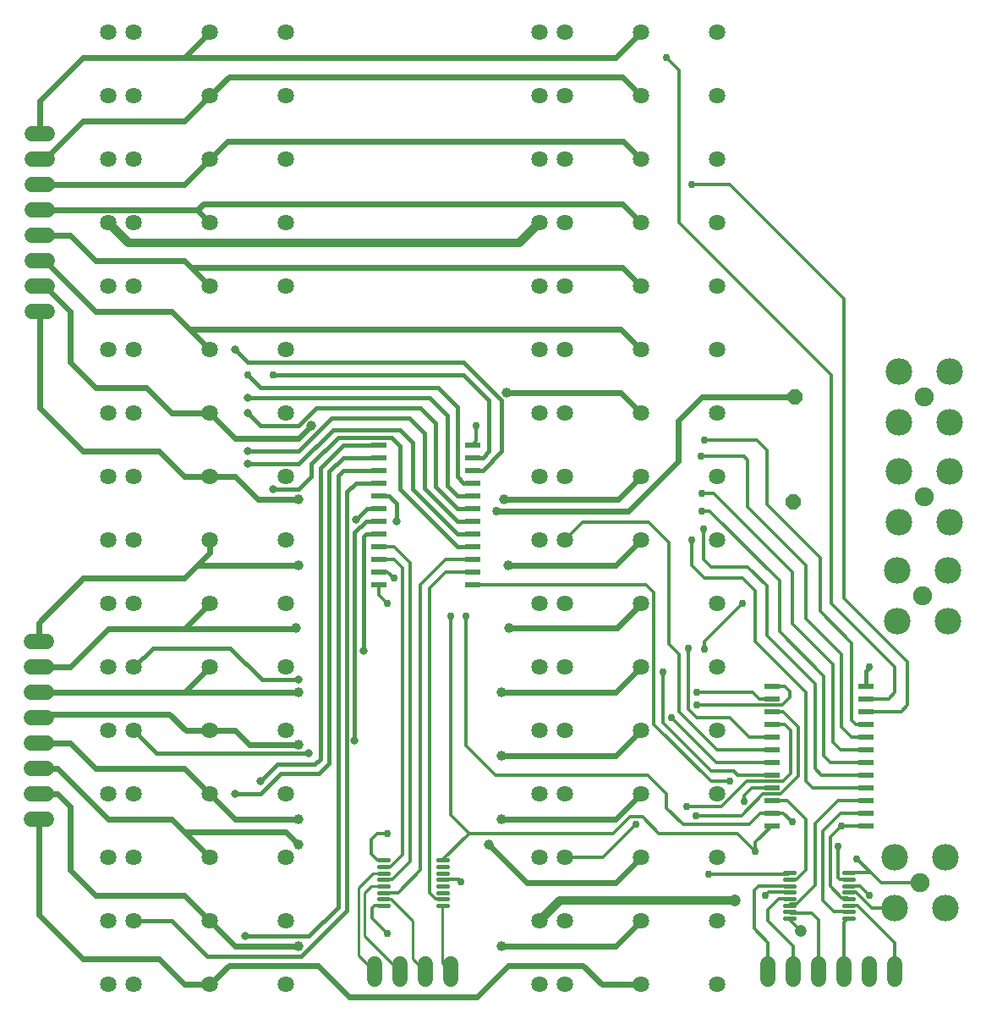
<source format=gbr>
G04 EAGLE Gerber RS-274X export*
G75*
%MOMM*%
%FSLAX34Y34*%
%LPD*%
%INTop Copper*%
%IPPOS*%
%AMOC8*
5,1,8,0,0,1.08239X$1,22.5*%
G01*
%ADD10C,1.905000*%
%ADD11C,2.667000*%
%ADD12C,1.524000*%
%ADD13P,1.649562X8X22.500000*%
%ADD14C,1.638300*%
%ADD15R,1.589000X0.532600*%
%ADD16C,0.450000*%
%ADD17C,0.304800*%
%ADD18C,0.756400*%
%ADD19C,0.406400*%
%ADD20C,0.806400*%
%ADD21C,0.406400*%
%ADD22C,0.812800*%
%ADD23C,1.206400*%
%ADD24C,0.254000*%
%ADD25C,0.856400*%
%ADD26C,0.609600*%
%ADD27C,1.006400*%


D10*
X927100Y127000D03*
D11*
X901601Y152499D03*
X952599Y152499D03*
X952599Y101501D03*
X901601Y101501D03*
D10*
X929640Y414020D03*
D11*
X904141Y439519D03*
X955139Y439519D03*
X955139Y388521D03*
X904141Y388521D03*
D12*
X850900Y45720D02*
X850900Y30480D01*
X825500Y30480D02*
X825500Y45720D01*
X800100Y45720D02*
X800100Y30480D01*
X774700Y30480D02*
X774700Y45720D01*
X457200Y45720D02*
X457200Y30480D01*
X431800Y30480D02*
X431800Y45720D01*
X406400Y45720D02*
X406400Y30480D01*
X381000Y30480D02*
X381000Y45720D01*
X53340Y876300D02*
X38100Y876300D01*
X38100Y850900D02*
X53340Y850900D01*
X53340Y825500D02*
X38100Y825500D01*
X38100Y800100D02*
X53340Y800100D01*
X53340Y774700D02*
X38100Y774700D01*
X38100Y749300D02*
X53340Y749300D01*
X53340Y723900D02*
X38100Y723900D01*
X38100Y698500D02*
X53340Y698500D01*
X52070Y368300D02*
X36830Y368300D01*
X36830Y342900D02*
X52070Y342900D01*
X52070Y317500D02*
X36830Y317500D01*
X36830Y292100D02*
X52070Y292100D01*
X52070Y266700D02*
X36830Y266700D01*
X36830Y241300D02*
X52070Y241300D01*
X52070Y215900D02*
X36830Y215900D01*
X36830Y190500D02*
X52070Y190500D01*
D13*
X800100Y508000D03*
X801370Y613410D03*
D12*
X876300Y45720D02*
X876300Y30480D01*
X901700Y30480D02*
X901700Y45720D01*
D14*
X723900Y977900D03*
X647700Y977900D03*
X571500Y977900D03*
X546100Y977900D03*
X723900Y406400D03*
X647700Y406400D03*
X571500Y406400D03*
X546100Y406400D03*
X723900Y342900D03*
X647700Y342900D03*
X571500Y342900D03*
X546100Y342900D03*
X723900Y279400D03*
X647700Y279400D03*
X571500Y279400D03*
X546100Y279400D03*
X723900Y215900D03*
X647700Y215900D03*
X571500Y215900D03*
X546100Y215900D03*
X723900Y152400D03*
X647700Y152400D03*
X571500Y152400D03*
X546100Y152400D03*
X723900Y88900D03*
X647700Y88900D03*
X571500Y88900D03*
X546100Y88900D03*
X723900Y25400D03*
X647700Y25400D03*
X571500Y25400D03*
X546100Y25400D03*
X292100Y977900D03*
X215900Y977900D03*
X139700Y977900D03*
X114300Y977900D03*
X292100Y914400D03*
X215900Y914400D03*
X139700Y914400D03*
X114300Y914400D03*
X292100Y850900D03*
X215900Y850900D03*
X139700Y850900D03*
X114300Y850900D03*
X723900Y914400D03*
X647700Y914400D03*
X571500Y914400D03*
X546100Y914400D03*
X292100Y787400D03*
X215900Y787400D03*
X139700Y787400D03*
X114300Y787400D03*
X292100Y723900D03*
X215900Y723900D03*
X139700Y723900D03*
X114300Y723900D03*
X292100Y660400D03*
X215900Y660400D03*
X139700Y660400D03*
X114300Y660400D03*
X292100Y596900D03*
X215900Y596900D03*
X139700Y596900D03*
X114300Y596900D03*
X292100Y533400D03*
X215900Y533400D03*
X139700Y533400D03*
X114300Y533400D03*
X292100Y469900D03*
X215900Y469900D03*
X139700Y469900D03*
X114300Y469900D03*
X292100Y406400D03*
X215900Y406400D03*
X139700Y406400D03*
X114300Y406400D03*
X292100Y342900D03*
X215900Y342900D03*
X139700Y342900D03*
X114300Y342900D03*
X292100Y279400D03*
X215900Y279400D03*
X139700Y279400D03*
X114300Y279400D03*
X292100Y215900D03*
X215900Y215900D03*
X139700Y215900D03*
X114300Y215900D03*
X723900Y850900D03*
X647700Y850900D03*
X571500Y850900D03*
X546100Y850900D03*
X292100Y152400D03*
X215900Y152400D03*
X139700Y152400D03*
X114300Y152400D03*
X292100Y88900D03*
X215900Y88900D03*
X139700Y88900D03*
X114300Y88900D03*
X292100Y25400D03*
X215900Y25400D03*
X139700Y25400D03*
X114300Y25400D03*
X723900Y787400D03*
X647700Y787400D03*
X571500Y787400D03*
X546100Y787400D03*
X723900Y723900D03*
X647700Y723900D03*
X571500Y723900D03*
X546100Y723900D03*
X723900Y660400D03*
X647700Y660400D03*
X571500Y660400D03*
X546100Y660400D03*
X723900Y596900D03*
X647700Y596900D03*
X571500Y596900D03*
X546100Y596900D03*
X723900Y533400D03*
X647700Y533400D03*
X571500Y533400D03*
X546100Y533400D03*
X723900Y469900D03*
X647700Y469900D03*
X571500Y469900D03*
X546100Y469900D03*
D10*
X930910Y613410D03*
D11*
X905411Y638909D03*
X956409Y638909D03*
X956409Y587911D03*
X905411Y587911D03*
D10*
X930910Y513080D03*
D11*
X905411Y538579D03*
X956409Y538579D03*
X956409Y487581D03*
X905411Y487581D03*
D15*
X478917Y425450D03*
X478917Y438150D03*
X478917Y450850D03*
X478917Y463550D03*
X478917Y476250D03*
X478917Y488950D03*
X478917Y501650D03*
X478917Y514350D03*
X478917Y527050D03*
X478917Y539750D03*
X478917Y552450D03*
X478917Y565150D03*
X384683Y565150D03*
X384683Y552450D03*
X384683Y539750D03*
X384683Y527050D03*
X384683Y514350D03*
X384683Y501650D03*
X384683Y488950D03*
X384683Y476250D03*
X384683Y463550D03*
X384683Y450850D03*
X384683Y438150D03*
X384683Y425450D03*
X872617Y184150D03*
X872617Y196850D03*
X872617Y209550D03*
X872617Y222250D03*
X872617Y234950D03*
X872617Y247650D03*
X872617Y260350D03*
X872617Y273050D03*
X872617Y285750D03*
X872617Y298450D03*
X872617Y311150D03*
X872617Y323850D03*
X778383Y323850D03*
X778383Y311150D03*
X778383Y298450D03*
X778383Y285750D03*
X778383Y273050D03*
X778383Y260350D03*
X778383Y247650D03*
X778383Y234950D03*
X778383Y222250D03*
X778383Y209550D03*
X778383Y196850D03*
X778383Y184150D03*
D16*
X394350Y149750D02*
X384850Y149750D01*
X384850Y143250D02*
X394350Y143250D01*
X394350Y136750D02*
X384850Y136750D01*
X384850Y130250D02*
X394350Y130250D01*
X394350Y123750D02*
X384850Y123750D01*
X384850Y117250D02*
X394350Y117250D01*
X394350Y110750D02*
X384850Y110750D01*
X384850Y104250D02*
X394350Y104250D01*
X443850Y104250D02*
X453350Y104250D01*
X453350Y110750D02*
X443850Y110750D01*
X443850Y117250D02*
X453350Y117250D01*
X453350Y123750D02*
X443850Y123750D01*
X443850Y130250D02*
X453350Y130250D01*
X453350Y136750D02*
X443850Y136750D01*
X443850Y143250D02*
X453350Y143250D01*
X453350Y149750D02*
X443850Y149750D01*
X791250Y137050D02*
X800750Y137050D01*
X800750Y130550D02*
X791250Y130550D01*
X791250Y124050D02*
X800750Y124050D01*
X800750Y117550D02*
X791250Y117550D01*
X791250Y111050D02*
X800750Y111050D01*
X800750Y104550D02*
X791250Y104550D01*
X791250Y98050D02*
X800750Y98050D01*
X800750Y91550D02*
X791250Y91550D01*
X850250Y91550D02*
X859750Y91550D01*
X859750Y98050D02*
X850250Y98050D01*
X850250Y104550D02*
X859750Y104550D01*
X859750Y111050D02*
X850250Y111050D01*
X850250Y117550D02*
X859750Y117550D01*
X859750Y124050D02*
X850250Y124050D01*
X850250Y130550D02*
X859750Y130550D01*
X859750Y137050D02*
X850250Y137050D01*
D17*
X789940Y298450D02*
X778383Y298450D01*
X789940Y298450D02*
X805180Y283210D01*
X805180Y233680D02*
X787400Y215900D01*
X769620Y215900D01*
X805180Y233680D02*
X805180Y283210D01*
X769620Y215900D02*
X748030Y194310D01*
X702310Y194310D01*
D18*
X702310Y194310D03*
D17*
X778383Y285750D02*
X791210Y285750D01*
X797560Y279400D02*
X797560Y236220D01*
X789940Y228600D01*
X753110Y228600D01*
X797560Y279400D02*
X791210Y285750D01*
X727710Y203200D02*
X693420Y203200D01*
X727710Y203200D02*
X753110Y228600D01*
D18*
X693420Y203200D03*
D17*
X778383Y323850D02*
X791210Y323850D01*
X796290Y318770D01*
X796290Y312420D01*
X788670Y304800D02*
X703580Y304800D01*
X788670Y304800D02*
X796290Y312420D01*
D18*
X703580Y304800D03*
X642620Y185420D03*
D17*
X609600Y152400D01*
X571500Y152400D01*
X765810Y311150D02*
X778383Y311150D01*
X765810Y311150D02*
X759460Y317500D01*
X703580Y317500D01*
D18*
X703580Y317500D03*
D17*
X722630Y247650D02*
X778383Y247650D01*
X722630Y247650D02*
X678180Y292100D01*
D18*
X678180Y292100D03*
D17*
X744220Y234950D02*
X778383Y234950D01*
X744220Y234950D02*
X740410Y238760D01*
X717550Y238760D01*
X669290Y287020D01*
X669290Y337820D01*
D18*
X669290Y337820D03*
D17*
X872617Y311150D02*
X895350Y311150D01*
X901700Y317500D01*
X901700Y342900D01*
X838200Y406400D01*
X838200Y635000D01*
X685800Y787400D02*
X685800Y939800D01*
X673100Y952500D01*
X685800Y787400D02*
X838200Y635000D01*
D18*
X673100Y952500D03*
D17*
X862330Y285750D02*
X872617Y285750D01*
X862330Y285750D02*
X858520Y289560D01*
X858520Y367030D02*
X826770Y398780D01*
X826770Y452120D01*
X858520Y367030D02*
X858520Y289560D01*
X826770Y452120D02*
X773430Y505460D01*
X773430Y560070D01*
X763270Y570230D01*
X711200Y570230D01*
D18*
X711200Y570230D03*
D17*
X872617Y298450D02*
X908050Y298450D01*
X914400Y304800D01*
X914400Y347980D01*
X850900Y411480D02*
X850900Y711200D01*
X736600Y825500D01*
X850900Y411480D02*
X914400Y347980D01*
X736600Y825500D02*
X698500Y825500D01*
D18*
X698500Y825500D03*
D17*
X858520Y273050D02*
X872617Y273050D01*
X848360Y283210D02*
X848360Y355600D01*
X754380Y502920D02*
X754380Y549910D01*
X750570Y553720D01*
X707390Y553720D01*
X848360Y283210D02*
X858520Y273050D01*
X848360Y355600D02*
X812800Y391160D01*
X812800Y444500D01*
X754380Y502920D01*
D18*
X707390Y553720D03*
D17*
X847090Y260350D02*
X872617Y260350D01*
X847090Y260350D02*
X839470Y267970D01*
X839470Y345440D01*
X798830Y386080D01*
X798830Y438150D01*
X720090Y516890D01*
X708660Y516890D01*
D18*
X708660Y516890D03*
D17*
X836930Y247650D02*
X872617Y247650D01*
X836930Y247650D02*
X830580Y254000D01*
X716280Y499110D02*
X708660Y499110D01*
X830580Y334010D02*
X830580Y254000D01*
X830580Y334010D02*
X786130Y378460D01*
X786130Y429260D01*
X716280Y499110D01*
D18*
X708660Y499110D03*
D17*
X828040Y234950D02*
X872617Y234950D01*
X828040Y234950D02*
X821690Y241300D01*
X821690Y326390D01*
X773430Y374650D01*
X773430Y424180D01*
X754380Y443230D01*
X717550Y443230D01*
X709930Y450850D01*
X709930Y481330D01*
D18*
X709930Y481330D03*
D17*
X819150Y222250D02*
X872617Y222250D01*
X819150Y222250D02*
X812800Y228600D01*
X812800Y317500D01*
X762000Y368300D01*
X762000Y419100D01*
X749300Y431800D01*
X711200Y431800D01*
X698500Y444500D01*
X698500Y469900D01*
D18*
X698500Y469900D03*
D17*
X723900Y260350D02*
X778383Y260350D01*
X685800Y298450D02*
X685800Y355600D01*
X675640Y365760D01*
X675640Y419100D01*
X675640Y424180D01*
X685800Y298450D02*
X723900Y260350D01*
X675640Y424180D02*
X675640Y467360D01*
X589280Y487680D02*
X571500Y469900D01*
X655320Y487680D02*
X675640Y467360D01*
X655320Y487680D02*
X589280Y487680D01*
X755650Y273050D02*
X778383Y273050D01*
X694690Y300990D02*
X694690Y361950D01*
X736600Y292100D02*
X755650Y273050D01*
X736600Y292100D02*
X703580Y292100D01*
X694690Y300990D01*
D18*
X694690Y361950D03*
D17*
X850900Y87450D02*
X850900Y38100D01*
X850900Y87450D02*
X855000Y91550D01*
X818185Y96848D02*
X797202Y96848D01*
X796000Y98050D01*
X825500Y89532D02*
X825500Y38100D01*
X825500Y89532D02*
X818185Y96848D01*
X800100Y63500D02*
X800100Y38100D01*
X800100Y63500D02*
X774700Y88900D01*
X774700Y100330D01*
X785420Y111050D02*
X796000Y111050D01*
X785420Y111050D02*
X774700Y100330D01*
X774700Y67310D02*
X774700Y38100D01*
X760730Y81280D02*
X760730Y119380D01*
X765400Y124050D01*
X796000Y124050D01*
X760730Y81280D02*
X774700Y67310D01*
D19*
X488950Y552450D02*
X495300Y558800D01*
X488950Y552450D02*
X478917Y552450D01*
X495300Y558800D02*
X495300Y609600D01*
X469900Y635000D01*
X279400Y635000D01*
D18*
X279400Y635000D03*
D19*
X444500Y622300D02*
X463550Y603250D01*
X444500Y622300D02*
X266700Y622300D01*
X254000Y635000D01*
D18*
X254000Y635000D03*
D19*
X469900Y527050D02*
X478917Y527050D01*
X463550Y533400D02*
X463550Y603250D01*
X463550Y533400D02*
X469900Y527050D01*
X478917Y539750D02*
X488950Y539750D01*
X508000Y558800D01*
X508000Y609600D01*
X469900Y647700D01*
X254000Y647700D01*
X241300Y660400D01*
D20*
X241300Y660400D03*
D19*
X463550Y514350D02*
X478917Y514350D01*
X453390Y524510D02*
X453390Y594360D01*
X435610Y612140D01*
X254000Y612140D01*
X453390Y524510D02*
X463550Y514350D01*
D20*
X254000Y612140D03*
D19*
X463550Y501650D02*
X478917Y501650D01*
X463550Y501650D02*
X441960Y523240D01*
X441960Y586740D01*
X426720Y601980D01*
D20*
X254000Y596900D03*
D19*
X322580Y601980D02*
X426720Y601980D01*
X322580Y601980D02*
X304800Y584200D01*
X266700Y584200D01*
X254000Y596900D01*
X463550Y488950D02*
X478917Y488950D01*
X463550Y488950D02*
X430530Y521970D01*
X430530Y576580D01*
X415290Y591820D01*
X337820Y591820D01*
X304800Y558800D01*
X254000Y558800D01*
D20*
X254000Y558800D03*
D19*
X463550Y476250D02*
X478917Y476250D01*
X463550Y476250D02*
X419100Y520700D01*
X419100Y567690D01*
X406400Y580390D01*
X339090Y580390D01*
X304800Y546100D01*
X254000Y546100D01*
D20*
X254000Y546100D03*
D19*
X463550Y463550D02*
X478917Y463550D01*
X463550Y463550D02*
X444500Y482600D01*
X406400Y520700D01*
X406400Y563880D02*
X397510Y572770D01*
X344170Y572770D01*
X317500Y546100D01*
X317500Y533400D01*
X304800Y520700D01*
X279400Y520700D01*
X406400Y520700D02*
X406400Y563880D01*
D20*
X279400Y520700D03*
D21*
X444500Y482600D03*
D19*
X384683Y501650D02*
X373380Y501650D01*
X361950Y490220D01*
D20*
X361950Y490220D03*
D19*
X384683Y514350D02*
X394970Y514350D01*
X402590Y506730D02*
X402590Y488950D01*
X402590Y506730D02*
X394970Y514350D01*
D20*
X402590Y488950D03*
D19*
X384683Y476250D02*
X372110Y476250D01*
X369570Y473710D01*
X369570Y359410D01*
D20*
X369570Y359410D03*
X304800Y330200D03*
D19*
X267970Y330200D01*
X236220Y361950D01*
X158750Y361950D01*
X139700Y342900D01*
X360680Y477520D02*
X372110Y488950D01*
X384683Y488950D01*
X360680Y477520D02*
X360680Y269240D01*
D20*
X360680Y269240D03*
X314960Y256540D03*
D19*
X162560Y256540D01*
X139700Y279400D01*
X349250Y552450D02*
X384683Y552450D01*
X287020Y236220D02*
X266700Y215900D01*
X241300Y215900D01*
X335280Y538480D02*
X349250Y552450D01*
X335280Y538480D02*
X335280Y246380D01*
X325120Y236220D01*
X287020Y236220D01*
D20*
X241300Y215900D03*
D19*
X349250Y565150D02*
X384683Y565150D01*
X349250Y565150D02*
X326390Y542290D01*
X283512Y245412D02*
X266700Y228600D01*
X283512Y245412D02*
X321057Y245412D01*
X326390Y250745D01*
X326390Y542290D01*
D20*
X266700Y228600D03*
D19*
X361950Y527050D02*
X384683Y527050D01*
X361950Y527050D02*
X353060Y518160D01*
X353060Y99314D02*
X307340Y53594D01*
X213106Y53594D01*
X177800Y88900D01*
X139700Y88900D01*
X353060Y99314D02*
X353060Y518160D01*
X349250Y539750D02*
X384683Y539750D01*
X344170Y102870D02*
X314960Y73660D01*
X251460Y73660D01*
X344170Y534670D02*
X349250Y539750D01*
X344170Y534670D02*
X344170Y102870D01*
D20*
X251460Y73660D03*
D17*
X482600Y568833D02*
X482600Y584200D01*
X482600Y568833D02*
X478917Y565150D01*
D18*
X482600Y584200D03*
D17*
X389600Y104250D02*
X381110Y104250D01*
X378460Y101600D01*
X378460Y91440D01*
X393700Y76200D01*
D18*
X393700Y76200D03*
D17*
X448600Y130250D02*
X465380Y130250D01*
X467360Y128270D01*
D18*
X467360Y128270D03*
D17*
X878939Y101501D02*
X901601Y101501D01*
X862890Y117550D02*
X855000Y117550D01*
X862890Y117550D02*
X878939Y101501D01*
D18*
X876300Y342900D03*
D19*
X872617Y339217D02*
X872617Y323850D01*
X872617Y339217D02*
X876300Y342900D01*
D22*
X134620Y767080D02*
X114300Y787400D01*
X525780Y767080D02*
X546100Y787400D01*
X525780Y767080D02*
X134620Y767080D01*
X566420Y109220D02*
X546100Y88900D01*
X566420Y109220D02*
X741680Y109220D01*
D23*
X807720Y78740D03*
X741680Y109220D03*
D17*
X796000Y90460D02*
X807720Y78740D01*
X796000Y90460D02*
X796000Y91550D01*
D24*
X457200Y38100D02*
X448600Y46700D01*
X448600Y104250D01*
X406400Y38100D02*
X370840Y73660D01*
X370840Y116840D01*
X377750Y123750D01*
X389600Y123750D01*
X419100Y50800D02*
X431800Y38100D01*
X419100Y50800D02*
X419100Y88900D01*
X397250Y110750D01*
X389600Y110750D01*
X364490Y54610D02*
X381000Y38100D01*
X364490Y54610D02*
X364490Y121920D01*
X379320Y136750D01*
X389600Y136750D01*
D25*
X502920Y499110D03*
D26*
X635000Y499110D01*
X684530Y548640D01*
X684530Y589280D01*
X708724Y613474D01*
X801307Y613474D02*
X801370Y613410D01*
X801307Y613474D02*
X708724Y613474D01*
X215900Y977900D02*
X190500Y952500D01*
X88900Y952500D02*
X45720Y909320D01*
X45720Y876300D01*
X88900Y952500D02*
X190500Y952500D01*
X622300Y952500D02*
X647700Y977900D01*
X622300Y952500D02*
X190500Y952500D01*
X215900Y914400D02*
X190500Y889000D01*
X50800Y850900D02*
X45720Y850900D01*
X88900Y889000D02*
X190500Y889000D01*
X88900Y889000D02*
X50800Y850900D01*
X628650Y933450D02*
X647700Y914400D01*
X628650Y933450D02*
X234950Y933450D01*
X215900Y914400D01*
X215900Y850900D02*
X190500Y825500D01*
X45720Y825500D01*
X629920Y868680D02*
X647700Y850900D01*
X629920Y868680D02*
X233680Y868680D01*
X215900Y850900D01*
X109013Y800164D02*
X108950Y800100D01*
X45720Y800100D01*
X203137Y800164D02*
X215900Y787400D01*
X203137Y800164D02*
X109013Y800164D01*
X628650Y806450D02*
X647700Y787400D01*
X209423Y806450D02*
X203137Y800164D01*
X209423Y806450D02*
X628650Y806450D01*
X215900Y723900D02*
X196850Y742950D01*
X101600Y749300D02*
X76200Y774700D01*
X45720Y774700D01*
X101600Y749300D02*
X190500Y749300D01*
X628650Y742950D02*
X647700Y723900D01*
X196850Y742950D02*
X190500Y749300D01*
X196850Y742950D02*
X628650Y742950D01*
X215900Y660400D02*
X195580Y680720D01*
X177800Y698500D01*
X101600Y698500D01*
X50800Y749300D02*
X45720Y749300D01*
X50800Y749300D02*
X101600Y698500D01*
X627380Y680720D02*
X647700Y660400D01*
X627380Y680720D02*
X195580Y680720D01*
X177800Y596900D02*
X215900Y596900D01*
X177800Y596900D02*
X152400Y622300D01*
X101600Y622300D01*
X76200Y647700D01*
X76200Y698500D01*
X50800Y723900D01*
X45720Y723900D01*
X627380Y617220D02*
X647700Y596900D01*
X627380Y617220D02*
X513080Y617220D01*
D27*
X513080Y617220D03*
X317500Y584200D03*
D26*
X304800Y571500D01*
X241300Y571500D01*
X215900Y596900D01*
X215900Y533400D02*
X190500Y533400D01*
X165100Y558800D01*
X88900Y558800D01*
X45720Y601980D01*
X45720Y698500D01*
X624840Y510540D02*
X647700Y533400D01*
X624840Y510540D02*
X510540Y510540D01*
D27*
X510540Y510540D03*
X304800Y510540D03*
D26*
X264160Y510540D01*
X241300Y533400D01*
X215900Y533400D01*
X215900Y25400D02*
X190500Y25400D01*
X165100Y50800D01*
X88900Y50800D01*
X44450Y95250D01*
X44450Y190500D01*
X608330Y25400D02*
X647700Y25400D01*
X608330Y25400D02*
X589280Y44450D01*
X514350Y44450D01*
X483108Y13208D01*
X234950Y44450D02*
X215900Y25400D01*
X355092Y13208D02*
X483108Y13208D01*
X355092Y13208D02*
X323850Y44450D01*
X234950Y44450D01*
X215900Y88900D02*
X190500Y114300D01*
X76200Y203200D02*
X63500Y215900D01*
X44450Y215900D01*
X101600Y114300D02*
X190500Y114300D01*
X101600Y114300D02*
X76200Y139700D01*
X76200Y203200D01*
X622300Y63500D02*
X647700Y88900D01*
X622300Y63500D02*
X508000Y63500D01*
D27*
X508000Y63500D03*
X304800Y63500D03*
D26*
X241300Y63500D01*
X215900Y88900D01*
X215900Y152400D02*
X190500Y177800D01*
X177800Y190500D01*
X114300Y190500D01*
X63500Y241300D01*
X44450Y241300D01*
X622300Y127000D02*
X647700Y152400D01*
X533400Y127000D02*
X495300Y165100D01*
X533400Y127000D02*
X622300Y127000D01*
D27*
X495300Y165100D03*
X304800Y165100D03*
D26*
X292100Y177800D02*
X190500Y177800D01*
X292100Y177800D02*
X304800Y165100D01*
X215900Y215900D02*
X190500Y241300D01*
X101600Y241300D02*
X76200Y266700D01*
X44450Y266700D01*
X101600Y241300D02*
X190500Y241300D01*
X622300Y190500D02*
X647700Y215900D01*
X622300Y190500D02*
X508000Y190500D01*
D27*
X508000Y190500D03*
X304800Y190500D03*
D26*
X241300Y190500D01*
X215900Y215900D01*
X215900Y279400D02*
X191770Y279400D01*
X175260Y295910D01*
X48260Y295910D01*
X44450Y292100D01*
X622300Y254000D02*
X647700Y279400D01*
X622300Y254000D02*
X508000Y254000D01*
D27*
X508000Y254000D03*
X304800Y265430D03*
D26*
X255270Y265430D01*
X241300Y279400D01*
X215900Y279400D01*
X190500Y317500D02*
X215900Y342900D01*
X190500Y317500D02*
X44450Y317500D01*
X622300Y317500D02*
X647700Y342900D01*
X622300Y317500D02*
X508000Y317500D01*
D27*
X508000Y317500D03*
X304800Y317500D03*
D26*
X190500Y317500D01*
X190500Y381000D02*
X215900Y406400D01*
X114300Y381000D02*
X76200Y342900D01*
X44450Y342900D01*
X114300Y381000D02*
X190500Y381000D01*
X623570Y382270D02*
X647700Y406400D01*
X623570Y382270D02*
X515620Y382270D01*
D27*
X515620Y382270D03*
X302260Y382270D03*
D26*
X300990Y381000D01*
X190500Y381000D01*
X215900Y457200D02*
X215900Y469900D01*
X190500Y431800D02*
X88900Y431800D01*
X44450Y387350D01*
X44450Y368300D01*
X203200Y444500D02*
X215900Y457200D01*
X622300Y444500D02*
X647700Y469900D01*
X622300Y444500D02*
X514350Y444500D01*
D27*
X514350Y444500D03*
X304800Y444500D03*
D26*
X203200Y444500D01*
X190500Y431800D01*
D17*
X846080Y130550D02*
X855000Y130550D01*
X846080Y130550D02*
X844550Y132080D01*
X844550Y163830D01*
D18*
X844550Y163830D03*
X798830Y187960D03*
D17*
X789940Y196850D01*
X778383Y196850D01*
X767080Y196850D01*
X501650Y234950D02*
X472440Y264160D01*
X472440Y393700D01*
X755650Y185420D02*
X767080Y196850D01*
X755650Y185420D02*
X689610Y185420D01*
D18*
X472440Y393700D03*
X400050Y431800D03*
D17*
X393700Y438150D01*
X384683Y438150D01*
X673100Y201930D02*
X689610Y185420D01*
X673100Y201930D02*
X673100Y215900D01*
X654050Y234950D01*
X501650Y234950D01*
X853798Y112252D02*
X855000Y111050D01*
X853798Y112252D02*
X848056Y112252D01*
X836930Y123378D01*
X836930Y172720D01*
X848360Y184150D01*
X872617Y184150D01*
D18*
X848360Y184150D03*
X736600Y228600D03*
D17*
X717550Y228600D01*
X660400Y285750D01*
X660400Y417830D01*
X652780Y425450D01*
X478917Y425450D01*
X796000Y130550D02*
X803650Y130550D01*
X812800Y139700D01*
X812800Y190500D01*
X793750Y209550D02*
X778383Y209550D01*
X793750Y209550D02*
X812800Y190500D01*
X796000Y117550D02*
X775410Y117550D01*
X772160Y114300D01*
D18*
X772160Y114300D03*
X750570Y208280D03*
D17*
X750570Y214630D01*
X758190Y222250D01*
X778383Y222250D01*
X797202Y105752D02*
X796000Y104550D01*
X797202Y105752D02*
X802945Y105752D01*
X821690Y124498D01*
X821690Y186690D01*
X844550Y209550D01*
X872617Y209550D01*
X855000Y98050D02*
X840480Y98050D01*
X829310Y109220D01*
X829310Y179070D01*
X847090Y196850D01*
X872617Y196850D01*
X887730Y127000D02*
X927100Y127000D01*
X887730Y127000D02*
X877570Y137160D01*
X855110Y137160D01*
X855000Y137050D01*
X863600Y151130D02*
X877570Y137160D01*
D18*
X863600Y151130D03*
X762000Y158750D03*
D17*
X762000Y167767D01*
X778383Y184150D01*
X762000Y158750D02*
X744220Y176530D01*
X475380Y176530D02*
X448600Y149750D01*
X665480Y176530D02*
X744220Y176530D01*
X475380Y176530D02*
X457200Y194710D01*
X457200Y393700D01*
D18*
X457200Y393700D03*
X393700Y406400D03*
D17*
X384683Y415417D01*
X384683Y425450D01*
X648970Y193040D02*
X665480Y176530D01*
X648970Y193040D02*
X636270Y193040D01*
X619760Y176530D02*
X475380Y176530D01*
X619760Y176530D02*
X636270Y193040D01*
X389600Y149750D02*
X383250Y149750D01*
X377190Y155810D01*
X377190Y170180D01*
X383540Y176530D02*
X393700Y176530D01*
X383540Y176530D02*
X377190Y170180D01*
D18*
X393700Y176530D03*
X711200Y360680D03*
X715010Y135890D03*
D17*
X794840Y135890D02*
X796000Y137050D01*
X794840Y135890D02*
X715010Y135890D01*
D18*
X749300Y406400D03*
D17*
X711200Y368300D01*
X711200Y360680D01*
X397250Y143250D02*
X389600Y143250D01*
X397250Y143250D02*
X408940Y154940D01*
X408940Y441960D01*
X400050Y450850D01*
X384683Y450850D01*
X389600Y130250D02*
X398220Y130250D01*
X416560Y148590D01*
X416560Y447040D01*
X400050Y463550D02*
X384683Y463550D01*
X400050Y463550D02*
X416560Y447040D01*
X404270Y117250D02*
X389600Y117250D01*
X404270Y117250D02*
X426720Y139700D01*
X426720Y425450D01*
X452120Y450850D01*
X478917Y450850D01*
X448600Y110750D02*
X441700Y110750D01*
X435610Y116840D01*
X435610Y421640D01*
X452120Y438150D01*
X478917Y438150D01*
X855000Y104550D02*
X864460Y104550D01*
X901700Y67310D02*
X901700Y38100D01*
X901700Y67310D02*
X864460Y104550D01*
X866550Y124050D02*
X855000Y124050D01*
X866550Y124050D02*
X876300Y114300D01*
D18*
X876300Y114300D03*
M02*

</source>
